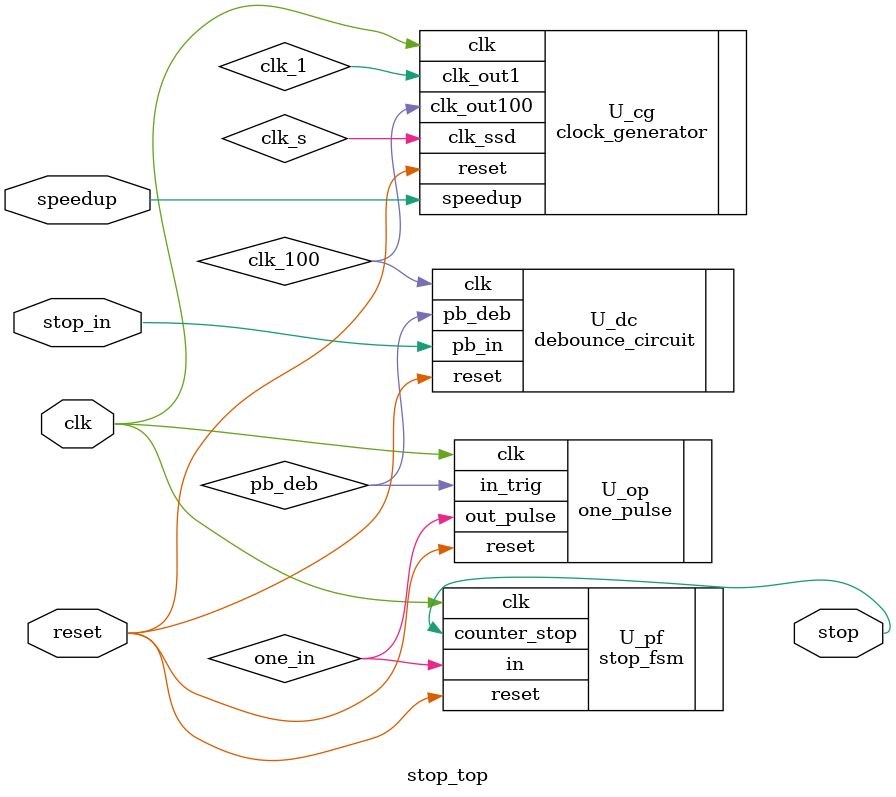
<source format=v>
module stop_top(
    clk, // Clock from crystal
    reset, //active low reset
    speedup,
    stop_in, //push button input
    stop
);
// Declare I/Os
input clk; // Clock from crystal
input reset; //active low reset
input speedup;
input stop_in; //push button input
output stop;
// Declare internal nodes
wire pb_deb, clk_1, clk_100, clk_s, one_in; // push button debounced out
// Clock generator module
clock_generator U_cg(
    .clk(clk), // clock from crystal
    .reset(reset), // active low reset
    .speedup(speedup),
    .clk_out1(clk_1), // generated 1 Hz clock
    .clk_out100(clk_100), // generated 100 Hz clock
    .clk_ssd(clk_s)
);
// debounce circuit
debounce_circuit U_dc(
    .clk(clk_100), // clock control
    .reset(reset), // reset
    .pb_in(stop_in), //push button input
    .pb_deb(pb_deb) // debounced push button out
);
   // 1 pulse generation circuit
one_pulse U_op(
    .clk(clk), // clock input
    .reset(reset), //active low reset
    .in_trig(pb_deb), // input trigger
    .out_pulse(one_in) // output one pulse
);
stop_fsm U_pf(
    .clk(clk),
    .reset(reset),
    .in(one_in),
    .counter_stop(stop)
);
endmodule
   
</source>
